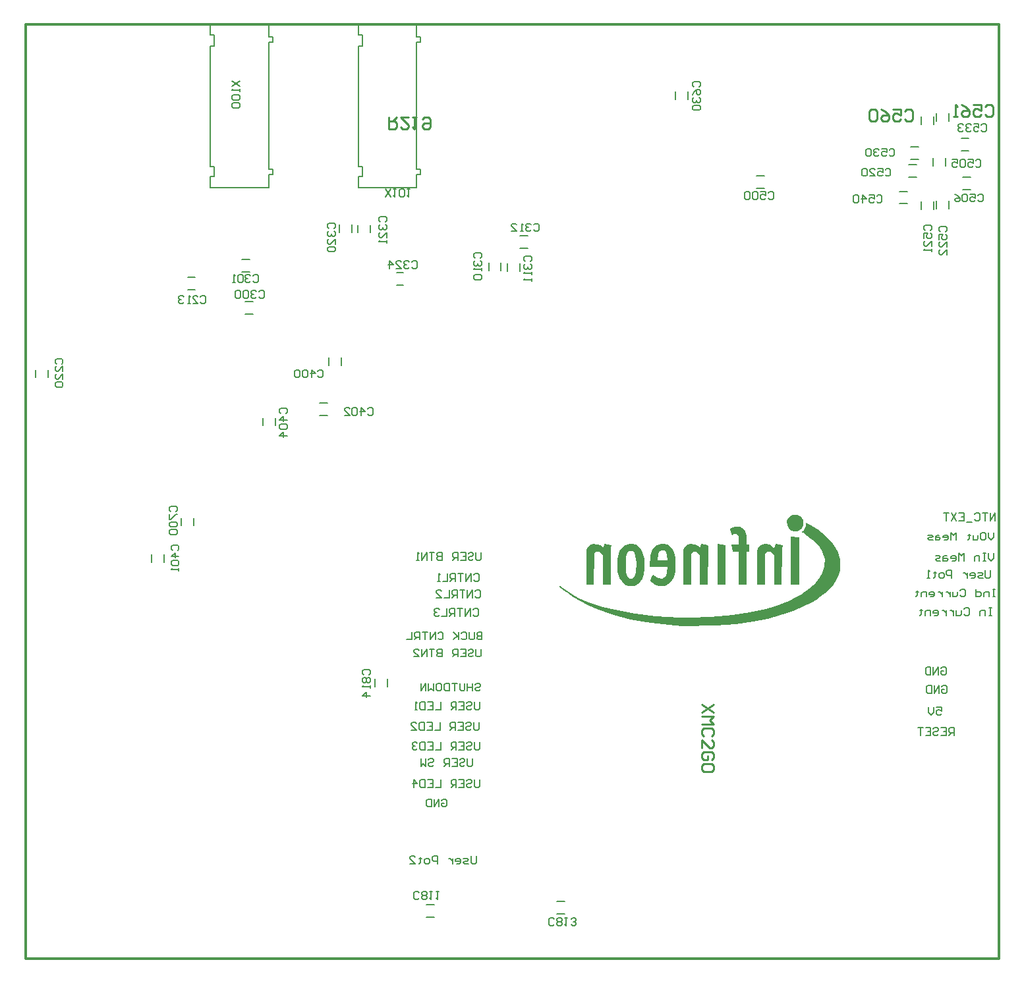
<source format=gbo>
G04*
G04 #@! TF.GenerationSoftware,Altium Limited,Altium Designer,22.2.1 (43)*
G04*
G04 Layer_Color=32896*
%FSLAX25Y25*%
%MOIN*%
G70*
G04*
G04 #@! TF.SameCoordinates,5D24457F-3748-4EF7-84A7-D0A6444830B3*
G04*
G04*
G04 #@! TF.FilePolarity,Positive*
G04*
G01*
G75*
%ADD11C,0.01181*%
%ADD12C,0.00787*%
%ADD13C,0.01000*%
G36*
X391105Y224384D02*
X392325Y223570D01*
X393410Y221808D01*
Y219096D01*
X392867Y218011D01*
X391918Y217062D01*
X390562Y216384D01*
X388664Y216248D01*
X386901Y216927D01*
X386088Y217740D01*
X385274Y219096D01*
X385138Y221266D01*
X385410Y222215D01*
X386088Y223299D01*
X387172Y224113D01*
X388393Y224655D01*
X390291D01*
X391105Y224384D01*
D02*
G37*
G36*
X344189Y209469D02*
X345545Y208927D01*
X345274Y207164D01*
X345138Y189130D01*
X341206D01*
Y204045D01*
X340528Y204859D01*
X339172Y205808D01*
X337816Y205943D01*
X337274Y205672D01*
X336732Y204723D01*
X336596Y189130D01*
X332664D01*
X332799Y206893D01*
X333477Y208384D01*
X334562Y209333D01*
X336189Y209876D01*
X338630Y209604D01*
X339986Y208927D01*
X341342Y207842D01*
X341477Y208655D01*
X341884Y210011D01*
X344189Y209469D01*
D02*
G37*
G36*
X296460Y209062D02*
X296189Y207435D01*
X296054Y189130D01*
X291986D01*
Y204316D01*
X290088Y205808D01*
X288325D01*
X287647Y204859D01*
X287511Y189130D01*
X283579D01*
X283715Y207028D01*
X284257Y208248D01*
X285477Y209333D01*
X287105Y209876D01*
X289545Y209604D01*
X290630Y209062D01*
X292257Y207842D01*
X292799Y210011D01*
X296460Y209062D01*
D02*
G37*
G36*
X383104D02*
X382698Y207028D01*
X382562Y189130D01*
X378630D01*
Y204181D01*
X377952Y204859D01*
X376596Y205808D01*
X375240Y205943D01*
X374698Y205672D01*
X374155Y204723D01*
X374020Y189130D01*
X370088D01*
Y206079D01*
X370494Y207706D01*
X370901Y208384D01*
X371986Y209333D01*
X373613Y209876D01*
X374833D01*
X376460Y209469D01*
X378223Y208384D01*
X378766Y207706D01*
X379308Y210011D01*
X383104Y209062D01*
D02*
G37*
G36*
X324664Y209604D02*
X325749Y208927D01*
X327376Y207028D01*
X328189Y205401D01*
X328867Y202825D01*
Y196045D01*
X328189Y193333D01*
X326698Y190757D01*
X325206Y189537D01*
X323308Y188723D01*
X320189D01*
X318562Y189266D01*
X317071Y190215D01*
X315986Y191299D01*
X316528Y192655D01*
X317477Y194282D01*
X317749D01*
X318291Y193604D01*
X320054Y192520D01*
X322088Y192384D01*
X323037Y192791D01*
X323986Y193740D01*
X324528Y195096D01*
X324799Y198215D01*
X315715D01*
X315986Y203774D01*
X316664Y206215D01*
X317613Y207842D01*
X319240Y209333D01*
X321274Y210011D01*
X322476D01*
Y206543D01*
X321681Y206621D01*
X320867Y206215D01*
X320460Y205672D01*
X320054Y204723D01*
X319782Y201469D01*
X324799D01*
X324393Y204723D01*
X323715Y206079D01*
X323172Y206486D01*
X322488Y206543D01*
Y210011D01*
X323172D01*
X324664Y209604D01*
D02*
G37*
G36*
X391240Y213130D02*
Y189130D01*
X387172D01*
Y213537D01*
X391240Y213130D01*
D02*
G37*
G36*
X361410Y218418D02*
X363037Y217604D01*
X363986Y216384D01*
X364799Y214215D01*
Y209469D01*
X366155D01*
Y205943D01*
X364799D01*
Y189130D01*
X360732D01*
Y205943D01*
X357749D01*
X357071Y209469D01*
X360732D01*
Y213401D01*
X360189Y214621D01*
X359783Y214893D01*
X358291D01*
X357342Y214350D01*
X356664Y215977D01*
X356257Y217604D01*
X356935Y218011D01*
X358833Y218554D01*
X361410Y218418D01*
D02*
G37*
G36*
X354088Y209333D02*
Y189130D01*
X350020D01*
Y209876D01*
X354088Y209333D01*
D02*
G37*
G36*
X308664Y209604D02*
X310155Y208655D01*
X311511Y206893D01*
X312189Y205537D01*
X313003Y202554D01*
X313138Y197266D01*
X312732Y194689D01*
X311918Y192248D01*
X311104Y190893D01*
X309884Y189672D01*
X307986Y188723D01*
X306542Y188647D01*
X305410Y188587D01*
X303783Y188994D01*
X302291Y189943D01*
X300935Y191774D01*
X300393Y192655D01*
X299444Y195910D01*
X299308Y201876D01*
X299579Y203638D01*
X300393Y206079D01*
X301613Y207977D01*
X303240Y209333D01*
X305274Y210011D01*
X307172D01*
X308664Y209604D01*
D02*
G37*
G36*
X396799Y219503D02*
X400732Y217062D01*
X404257Y214350D01*
X407647Y210825D01*
X409816Y207842D01*
X411037Y205537D01*
X412121Y202011D01*
Y196588D01*
X411444Y194147D01*
X409816Y190893D01*
X408732Y189266D01*
X407511Y187774D01*
X405613Y185876D01*
X403511Y184181D01*
X402223Y183164D01*
X400054Y181672D01*
X397071Y179910D01*
X394223Y178418D01*
X389206Y176249D01*
X382969Y174079D01*
X375376Y172045D01*
X367918Y170554D01*
X359240Y169333D01*
X349071Y168520D01*
X331986Y168384D01*
X322359Y169062D01*
X314088Y170147D01*
X306223Y171638D01*
X297410Y173943D01*
X289003Y176927D01*
X285206Y178554D01*
X280867Y180859D01*
X277206Y182893D01*
X273952Y185062D01*
X272325Y186282D01*
X270969Y187367D01*
X270155Y188181D01*
X270020Y188723D01*
X270427Y188587D01*
X272596Y186825D01*
X276799Y184113D01*
X280189Y182350D01*
X285749Y180045D01*
X291986Y178011D01*
X299579Y176113D01*
X308528Y174486D01*
X318833Y173266D01*
X330766Y172588D01*
X336596Y172655D01*
X345907Y172853D01*
X350427Y173130D01*
X357613Y173808D01*
X366426Y175164D01*
X371037Y176113D01*
X374291Y176927D01*
X379037Y178282D01*
X383511Y179910D01*
X386088Y180994D01*
X389206Y182486D01*
X392325Y184248D01*
X394223Y185469D01*
X396528Y187232D01*
X398427Y188859D01*
X399782Y190350D01*
X400732Y191570D01*
X401681Y192927D01*
X402630Y194554D01*
X403308Y196181D01*
X403986Y198486D01*
X404257Y202282D01*
X403850Y204045D01*
X402766Y206486D01*
X401003Y209062D01*
X400189Y210011D01*
X398969Y211232D01*
X397206Y212723D01*
X393545Y215435D01*
X392867Y215706D01*
X392732Y216113D01*
X393274Y216384D01*
X394088Y217604D01*
X394630Y218825D01*
X394901Y220452D01*
X396799Y219503D01*
D02*
G37*
%LPC*%
G36*
X305816Y206350D02*
X305138Y206079D01*
X304460Y205265D01*
X303783Y203367D01*
Y195503D01*
X304325Y193604D01*
X304867Y192791D01*
X305816Y192248D01*
X306494Y192384D01*
X307037D01*
X308121Y193604D01*
X308664Y195231D01*
X308935Y200384D01*
X308528Y204045D01*
X307986Y205401D01*
X307037Y206215D01*
X305816Y206350D01*
D02*
G37*
%LPD*%
D11*
X0Y0D02*
X492316D01*
X492316Y472830D01*
X3D02*
X492316D01*
X3Y3D02*
Y472830D01*
D12*
X93507Y390349D02*
X123034D01*
Y466530D02*
Y473027D01*
X93507Y467515D02*
Y473027D01*
Y467515D02*
X95475D01*
X93507Y462003D02*
X95475D01*
X93507Y400979D02*
Y462003D01*
Y400979D02*
X95475D01*
Y395861D02*
Y400979D01*
X93507Y395861D02*
X95475D01*
X93507Y390349D02*
Y395861D01*
X123034Y390349D02*
Y396845D01*
X125003D01*
Y399601D01*
X123034D02*
X125003D01*
X123034D02*
Y463774D01*
X125003D01*
Y466530D01*
X123034D02*
X125003D01*
X95475Y462003D02*
Y467515D01*
X93507Y473027D02*
X101971D01*
X114570D02*
X123034D01*
X189405Y472995D02*
X197869D01*
X168342D02*
X176806D01*
X168342Y390318D02*
X197869D01*
Y466499D02*
Y472995D01*
X168342Y467483D02*
Y472995D01*
Y467483D02*
X170310D01*
X168342Y461971D02*
X170310D01*
X168342Y400948D02*
Y461971D01*
Y400948D02*
X170310D01*
Y395830D02*
Y400948D01*
X168342Y395830D02*
X170310D01*
X168342Y390318D02*
Y395830D01*
X197869Y390318D02*
Y396814D01*
X199838D01*
Y399570D01*
X197869D02*
X199838D01*
X197869D02*
Y463743D01*
X199838D01*
Y466499D01*
X197869D02*
X199838D01*
X170310Y461971D02*
Y467483D01*
X466979Y379523D02*
Y383459D01*
X460680Y379523D02*
Y383459D01*
X474216Y389365D02*
X478153D01*
X474216Y395664D02*
X478153D01*
X460680Y424011D02*
Y427948D01*
X466979Y424011D02*
Y427948D01*
X82090Y338578D02*
X85633D01*
X82090Y344877D02*
X85633D01*
X11420Y294090D02*
Y298026D01*
X5121Y294090D02*
Y298026D01*
X111024Y332677D02*
X114961D01*
X111024Y326378D02*
X114961D01*
X109452Y353932D02*
X113389D01*
X109452Y347633D02*
X113389D01*
X240554Y348223D02*
Y352160D01*
X234255Y348223D02*
Y352160D01*
X250003Y348026D02*
Y351963D01*
X243704Y348026D02*
Y351963D01*
X250003Y359444D02*
X253940D01*
X250003Y365743D02*
X253940D01*
X164964Y367711D02*
Y371649D01*
X158664Y367711D02*
Y371649D01*
X174412Y367711D02*
Y371255D01*
X168113Y367711D02*
Y371255D01*
X187598Y340945D02*
X191142D01*
X187598Y347244D02*
X191142D01*
X159845Y300389D02*
Y304326D01*
X153546Y300389D02*
Y304326D01*
X63782Y200507D02*
Y204444D01*
X70082Y200507D02*
Y204444D01*
X148822Y281097D02*
X152759D01*
X148822Y274798D02*
X152759D01*
X126381Y269877D02*
Y273420D01*
X120082Y269877D02*
Y273420D01*
X369885Y389759D02*
X373822D01*
X369885Y396058D02*
X373822D01*
X465405Y401373D02*
Y405310D01*
X459105Y401373D02*
Y405310D01*
X446901Y395467D02*
X450838D01*
X446901Y401767D02*
X450838D01*
X459499Y379326D02*
Y383263D01*
X453200Y379326D02*
Y383263D01*
X447885Y410822D02*
X451822D01*
X447885Y404523D02*
X451822D01*
X473279Y408853D02*
X477215D01*
X473279Y415153D02*
X477215D01*
X442176Y388381D02*
X446113D01*
X442176Y382082D02*
X446113D01*
X328743Y435034D02*
Y438971D01*
X335042Y435034D02*
Y438971D01*
X85042Y219328D02*
Y222871D01*
X78743Y219328D02*
Y222871D01*
X202756Y20866D02*
X206693D01*
X202756Y27165D02*
X206693D01*
X268898Y22441D02*
X272835D01*
X268898Y28740D02*
X272835D01*
X183071Y137598D02*
Y141535D01*
X176772Y137598D02*
Y141535D01*
X459499Y422239D02*
Y426176D01*
X453200Y422239D02*
Y426176D01*
X488189Y196455D02*
Y193176D01*
X487533Y192520D01*
X486221D01*
X485565Y193176D01*
Y196455D01*
X484253Y192520D02*
X482285D01*
X481629Y193176D01*
X482285Y193832D01*
X483597D01*
X484253Y194488D01*
X483597Y195143D01*
X481629D01*
X478350Y192520D02*
X479662D01*
X480317Y193176D01*
Y194488D01*
X479662Y195143D01*
X478350D01*
X477694Y194488D01*
Y193832D01*
X480317D01*
X476382Y195143D02*
Y192520D01*
Y193832D01*
X475726Y194488D01*
X475070Y195143D01*
X474414D01*
X468510Y192520D02*
Y196455D01*
X466542D01*
X465886Y195800D01*
Y194488D01*
X466542Y193832D01*
X468510D01*
X463919Y192520D02*
X462607D01*
X461951Y193176D01*
Y194488D01*
X462607Y195143D01*
X463919D01*
X464574Y194488D01*
Y193176D01*
X463919Y192520D01*
X459983Y195800D02*
Y195143D01*
X460639D01*
X459327D01*
X459983D01*
Y193176D01*
X459327Y192520D01*
X457359D02*
X456047D01*
X456703D01*
Y196455D01*
X457359Y195800D01*
X230491Y156667D02*
Y153387D01*
X229835Y152731D01*
X228523D01*
X227868Y153387D01*
Y156667D01*
X223932Y156011D02*
X224588Y156667D01*
X225900D01*
X226556Y156011D01*
Y155355D01*
X225900Y154699D01*
X224588D01*
X223932Y154043D01*
Y153387D01*
X224588Y152731D01*
X225900D01*
X226556Y153387D01*
X219996Y156667D02*
X222620D01*
Y152731D01*
X219996D01*
X222620Y154699D02*
X221308D01*
X218684Y152731D02*
Y156667D01*
X216716D01*
X216060Y156011D01*
Y154699D01*
X216716Y154043D01*
X218684D01*
X217372D02*
X216060Y152731D01*
X210813Y156667D02*
Y152731D01*
X208845D01*
X208189Y153387D01*
Y154043D01*
X208845Y154699D01*
X210813D01*
X208845D01*
X208189Y155355D01*
Y156011D01*
X208845Y156667D01*
X210813D01*
X206877D02*
X204253D01*
X205565D01*
Y152731D01*
X202941D02*
Y156667D01*
X200317Y152731D01*
Y156667D01*
X196382Y152731D02*
X199005D01*
X196382Y155355D01*
Y156011D01*
X197038Y156667D01*
X198349D01*
X199005Y156011D01*
X229704Y90525D02*
Y87245D01*
X229048Y86589D01*
X227736D01*
X227080Y87245D01*
Y90525D01*
X223144Y89869D02*
X223800Y90525D01*
X225112D01*
X225768Y89869D01*
Y89213D01*
X225112Y88557D01*
X223800D01*
X223144Y87901D01*
Y87245D01*
X223800Y86589D01*
X225112D01*
X225768Y87245D01*
X219209Y90525D02*
X221832D01*
Y86589D01*
X219209D01*
X221832Y88557D02*
X220521D01*
X217897Y86589D02*
Y90525D01*
X215929D01*
X215273Y89869D01*
Y88557D01*
X215929Y87901D01*
X217897D01*
X216585D02*
X215273Y86589D01*
X210025Y90525D02*
Y86589D01*
X207401D01*
X203466Y90525D02*
X206090D01*
Y86589D01*
X203466D01*
X206090Y88557D02*
X204778D01*
X202154Y90525D02*
Y86589D01*
X200186D01*
X199530Y87245D01*
Y89869D01*
X200186Y90525D01*
X202154D01*
X196250Y86589D02*
Y90525D01*
X198218Y88557D01*
X195594D01*
X230491Y205486D02*
Y202206D01*
X229835Y201550D01*
X228523D01*
X227868Y202206D01*
Y205486D01*
X223932Y204830D02*
X224588Y205486D01*
X225900D01*
X226556Y204830D01*
Y204174D01*
X225900Y203518D01*
X224588D01*
X223932Y202862D01*
Y202206D01*
X224588Y201550D01*
X225900D01*
X226556Y202206D01*
X219996Y205486D02*
X222620D01*
Y201550D01*
X219996D01*
X222620Y203518D02*
X221308D01*
X218684Y201550D02*
Y205486D01*
X216716D01*
X216060Y204830D01*
Y203518D01*
X216716Y202862D01*
X218684D01*
X217372D02*
X216060Y201550D01*
X210813Y205486D02*
Y201550D01*
X208845D01*
X208189Y202206D01*
Y202862D01*
X208845Y203518D01*
X210813D01*
X208845D01*
X208189Y204174D01*
Y204830D01*
X208845Y205486D01*
X210813D01*
X206877D02*
X204253D01*
X205565D01*
Y201550D01*
X202941D02*
Y205486D01*
X200317Y201550D01*
Y205486D01*
X199005Y201550D02*
X197694D01*
X198349D01*
Y205486D01*
X199005Y204830D01*
X229704Y109423D02*
Y106143D01*
X229048Y105487D01*
X227736D01*
X227080Y106143D01*
Y109423D01*
X223144Y108767D02*
X223800Y109423D01*
X225112D01*
X225768Y108767D01*
Y108111D01*
X225112Y107455D01*
X223800D01*
X223144Y106799D01*
Y106143D01*
X223800Y105487D01*
X225112D01*
X225768Y106143D01*
X219209Y109423D02*
X221832D01*
Y105487D01*
X219209D01*
X221832Y107455D02*
X220521D01*
X217897Y105487D02*
Y109423D01*
X215929D01*
X215273Y108767D01*
Y107455D01*
X215929Y106799D01*
X217897D01*
X216585D02*
X215273Y105487D01*
X210025Y109423D02*
Y105487D01*
X207401D01*
X203466Y109423D02*
X206090D01*
Y105487D01*
X203466D01*
X206090Y107455D02*
X204778D01*
X202154Y109423D02*
Y105487D01*
X200186D01*
X199530Y106143D01*
Y108767D01*
X200186Y109423D01*
X202154D01*
X198218Y108767D02*
X197562Y109423D01*
X196250D01*
X195594Y108767D01*
Y108111D01*
X196250Y107455D01*
X196906D01*
X196250D01*
X195594Y106799D01*
Y106143D01*
X196250Y105487D01*
X197562D01*
X198218Y106143D01*
X469685Y112992D02*
Y116928D01*
X467717D01*
X467061Y116272D01*
Y114960D01*
X467717Y114304D01*
X469685D01*
X468373D02*
X467061Y112992D01*
X463126Y116928D02*
X465749D01*
Y112992D01*
X463126D01*
X465749Y114960D02*
X464437D01*
X459190Y116272D02*
X459846Y116928D01*
X461158D01*
X461814Y116272D01*
Y115616D01*
X461158Y114960D01*
X459846D01*
X459190Y114304D01*
Y113648D01*
X459846Y112992D01*
X461158D01*
X461814Y113648D01*
X455254Y116928D02*
X457878D01*
Y112992D01*
X455254D01*
X457878Y114960D02*
X456566D01*
X453942Y116928D02*
X451318D01*
X452630D01*
Y112992D01*
X227953Y51967D02*
Y48687D01*
X227297Y48031D01*
X225985D01*
X225329Y48687D01*
Y51967D01*
X224017Y48031D02*
X222049D01*
X221393Y48687D01*
X222049Y49343D01*
X223361D01*
X224017Y49999D01*
X223361Y50655D01*
X221393D01*
X218113Y48031D02*
X219425D01*
X220081Y48687D01*
Y49999D01*
X219425Y50655D01*
X218113D01*
X217458Y49999D01*
Y49343D01*
X220081D01*
X216145Y50655D02*
Y48031D01*
Y49343D01*
X215490Y49999D01*
X214834Y50655D01*
X214178D01*
X208274Y48031D02*
Y51967D01*
X206306D01*
X205650Y51311D01*
Y49999D01*
X206306Y49343D01*
X208274D01*
X203682Y48031D02*
X202371D01*
X201714Y48687D01*
Y49999D01*
X202371Y50655D01*
X203682D01*
X204338Y49999D01*
Y48687D01*
X203682Y48031D01*
X199747Y51311D02*
Y50655D01*
X200403D01*
X199091D01*
X199747D01*
Y48687D01*
X199091Y48031D01*
X194499D02*
X197123D01*
X194499Y50655D01*
Y51311D01*
X195155Y51967D01*
X196467D01*
X197123Y51311D01*
X227474Y185932D02*
X228130Y186588D01*
X229442D01*
X230098Y185932D01*
Y183308D01*
X229442Y182652D01*
X228130D01*
X227474Y183308D01*
X226162Y182652D02*
Y186588D01*
X223538Y182652D01*
Y186588D01*
X222226D02*
X219602D01*
X220914D01*
Y182652D01*
X218290D02*
Y186588D01*
X216323D01*
X215667Y185932D01*
Y184620D01*
X216323Y183964D01*
X218290D01*
X216979D02*
X215667Y182652D01*
X214355Y186588D02*
Y182652D01*
X211731D01*
X207795D02*
X210419D01*
X207795Y185276D01*
Y185932D01*
X208451Y186588D01*
X209763D01*
X210419Y185932D01*
X226687Y194200D02*
X227342Y194856D01*
X228654D01*
X229310Y194200D01*
Y191576D01*
X228654Y190920D01*
X227342D01*
X226687Y191576D01*
X225375Y190920D02*
Y194856D01*
X222751Y190920D01*
Y194856D01*
X221439D02*
X218815D01*
X220127D01*
Y190920D01*
X217503D02*
Y194856D01*
X215535D01*
X214879Y194200D01*
Y192888D01*
X215535Y192232D01*
X217503D01*
X216191D02*
X214879Y190920D01*
X213567Y194856D02*
Y190920D01*
X210944D01*
X209632D02*
X208320D01*
X208976D01*
Y194856D01*
X209632Y194200D01*
X229704Y129895D02*
Y126615D01*
X229048Y125959D01*
X227736D01*
X227080Y126615D01*
Y129895D01*
X223144Y129239D02*
X223800Y129895D01*
X225112D01*
X225768Y129239D01*
Y128583D01*
X225112Y127927D01*
X223800D01*
X223144Y127271D01*
Y126615D01*
X223800Y125959D01*
X225112D01*
X225768Y126615D01*
X219209Y129895D02*
X221832D01*
Y125959D01*
X219209D01*
X221832Y127927D02*
X220521D01*
X217897Y125959D02*
Y129895D01*
X215929D01*
X215273Y129239D01*
Y127927D01*
X215929Y127271D01*
X217897D01*
X216585D02*
X215273Y125959D01*
X210025Y129895D02*
Y125959D01*
X207401D01*
X203466Y129895D02*
X206090D01*
Y125959D01*
X203466D01*
X206090Y127927D02*
X204778D01*
X202154Y129895D02*
Y125959D01*
X200186D01*
X199530Y126615D01*
Y129239D01*
X200186Y129895D01*
X202154D01*
X198218Y125959D02*
X196906D01*
X197562D01*
Y129895D01*
X198218Y129239D01*
X489767Y205110D02*
Y202486D01*
X488455Y201174D01*
X487143Y202486D01*
Y205110D01*
X485831D02*
X484519D01*
X485175D01*
Y201174D01*
X485831D01*
X484519D01*
X482551D02*
Y203798D01*
X480583D01*
X479927Y203142D01*
Y201174D01*
X474680D02*
Y205110D01*
X473368Y203798D01*
X472056Y205110D01*
Y201174D01*
X468776D02*
X470088D01*
X470744Y201830D01*
Y203142D01*
X470088Y203798D01*
X468776D01*
X468120Y203142D01*
Y202486D01*
X470744D01*
X466152Y203798D02*
X464840D01*
X464184Y203142D01*
Y201174D01*
X466152D01*
X466808Y201830D01*
X466152Y202486D01*
X464184D01*
X462873Y201174D02*
X460905D01*
X460249Y201830D01*
X460905Y202486D01*
X462217D01*
X462873Y203142D01*
X462217Y203798D01*
X460249D01*
X488583Y177558D02*
X487271D01*
X487927D01*
Y173622D01*
X488583D01*
X487271D01*
X485303D02*
Y176246D01*
X483335D01*
X482679Y175590D01*
Y173622D01*
X474808Y176902D02*
X475464Y177558D01*
X476776D01*
X477431Y176902D01*
Y174278D01*
X476776Y173622D01*
X475464D01*
X474808Y174278D01*
X473496Y176246D02*
Y174278D01*
X472840Y173622D01*
X470872D01*
Y176246D01*
X469560D02*
Y173622D01*
Y174934D01*
X468904Y175590D01*
X468248Y176246D01*
X467592D01*
X465624D02*
Y173622D01*
Y174934D01*
X464968Y175590D01*
X464312Y176246D01*
X463656D01*
X459721Y173622D02*
X461032D01*
X461689Y174278D01*
Y175590D01*
X461032Y176246D01*
X459721D01*
X459065Y175590D01*
Y174934D01*
X461689D01*
X457753Y173622D02*
Y176246D01*
X455785D01*
X455129Y175590D01*
Y173622D01*
X453161Y176902D02*
Y176246D01*
X453817D01*
X452505D01*
X453161D01*
Y174278D01*
X452505Y173622D01*
X227474Y138688D02*
X228130Y139344D01*
X229442D01*
X230098Y138688D01*
Y138032D01*
X229442Y137376D01*
X228130D01*
X227474Y136720D01*
Y136064D01*
X228130Y135408D01*
X229442D01*
X230098Y136064D01*
X226162Y139344D02*
Y135408D01*
Y137376D01*
X223538D01*
Y139344D01*
Y135408D01*
X222226Y139344D02*
Y136064D01*
X221570Y135408D01*
X220258D01*
X219602Y136064D01*
Y139344D01*
X218290D02*
X215667D01*
X216979D01*
Y135408D01*
X214355Y139344D02*
Y135408D01*
X212387D01*
X211731Y136064D01*
Y138688D01*
X212387Y139344D01*
X214355D01*
X208451D02*
X209763D01*
X210419Y138688D01*
Y136064D01*
X209763Y135408D01*
X208451D01*
X207795Y136064D01*
Y138688D01*
X208451Y139344D01*
X206483D02*
Y135408D01*
X205171Y136720D01*
X203859Y135408D01*
Y139344D01*
X202548Y135408D02*
Y139344D01*
X199924Y135408D01*
Y139344D01*
X463518Y137532D02*
X464174Y138188D01*
X465486D01*
X466142Y137532D01*
Y134908D01*
X465486Y134252D01*
X464174D01*
X463518Y134908D01*
Y136220D01*
X464830D01*
X462206Y134252D02*
Y138188D01*
X459582Y134252D01*
Y138188D01*
X458270D02*
Y134252D01*
X456302D01*
X455646Y134908D01*
Y137532D01*
X456302Y138188D01*
X458270D01*
X229310Y119659D02*
Y116379D01*
X228654Y115723D01*
X227342D01*
X226687Y116379D01*
Y119659D01*
X222751Y119003D02*
X223407Y119659D01*
X224719D01*
X225375Y119003D01*
Y118347D01*
X224719Y117691D01*
X223407D01*
X222751Y117035D01*
Y116379D01*
X223407Y115723D01*
X224719D01*
X225375Y116379D01*
X218815Y119659D02*
X221439D01*
Y115723D01*
X218815D01*
X221439Y117691D02*
X220127D01*
X217503Y115723D02*
Y119659D01*
X215535D01*
X214879Y119003D01*
Y117691D01*
X215535Y117035D01*
X217503D01*
X216191D02*
X214879Y115723D01*
X209632Y119659D02*
Y115723D01*
X207008D01*
X203072Y119659D02*
X205696D01*
Y115723D01*
X203072D01*
X205696Y117691D02*
X204384D01*
X201760Y119659D02*
Y115723D01*
X199792D01*
X199136Y116379D01*
Y119003D01*
X199792Y119659D01*
X201760D01*
X195201Y115723D02*
X197824D01*
X195201Y118347D01*
Y119003D01*
X195856Y119659D01*
X197168D01*
X197824Y119003D01*
X463124Y146981D02*
X463780Y147636D01*
X465092D01*
X465748Y146981D01*
Y144357D01*
X465092Y143701D01*
X463780D01*
X463124Y144357D01*
Y145669D01*
X464436D01*
X461812Y143701D02*
Y147636D01*
X459189Y143701D01*
Y147636D01*
X457877D02*
Y143701D01*
X455909D01*
X455253Y144357D01*
Y146981D01*
X455909Y147636D01*
X457877D01*
X226293Y176483D02*
X226949Y177139D01*
X228261D01*
X228917Y176483D01*
Y173859D01*
X228261Y173204D01*
X226949D01*
X226293Y173859D01*
X224981Y173204D02*
Y177139D01*
X222357Y173204D01*
Y177139D01*
X221045D02*
X218421D01*
X219733D01*
Y173204D01*
X217109D02*
Y177139D01*
X215142D01*
X214486Y176483D01*
Y175171D01*
X215142Y174515D01*
X217109D01*
X215797D02*
X214486Y173204D01*
X213174Y177139D02*
Y173204D01*
X210550D01*
X209238Y176483D02*
X208582Y177139D01*
X207270D01*
X206614Y176483D01*
Y175827D01*
X207270Y175171D01*
X207926D01*
X207270D01*
X206614Y174515D01*
Y173859D01*
X207270Y173204D01*
X208582D01*
X209238Y173859D01*
X226161Y101155D02*
Y97875D01*
X225505Y97219D01*
X224193D01*
X223537Y97875D01*
Y101155D01*
X219601Y100499D02*
X220257Y101155D01*
X221569D01*
X222225Y100499D01*
Y99843D01*
X221569Y99187D01*
X220257D01*
X219601Y98531D01*
Y97875D01*
X220257Y97219D01*
X221569D01*
X222225Y97875D01*
X215665Y101155D02*
X218289D01*
Y97219D01*
X215665D01*
X218289Y99187D02*
X216977D01*
X214353Y97219D02*
Y101155D01*
X212386D01*
X211730Y100499D01*
Y99187D01*
X212386Y98531D01*
X214353D01*
X213042D02*
X211730Y97219D01*
X203858Y100499D02*
X204514Y101155D01*
X205826D01*
X206482Y100499D01*
Y99843D01*
X205826Y99187D01*
X204514D01*
X203858Y98531D01*
Y97875D01*
X204514Y97219D01*
X205826D01*
X206482Y97875D01*
X202546Y101155D02*
Y97219D01*
X201234Y98531D01*
X199922Y97219D01*
Y101155D01*
X230885Y165328D02*
Y161392D01*
X228917D01*
X228261Y162048D01*
Y162704D01*
X228917Y163360D01*
X230885D01*
X228917D01*
X228261Y164016D01*
Y164672D01*
X228917Y165328D01*
X230885D01*
X226949D02*
Y162048D01*
X226293Y161392D01*
X224981D01*
X224325Y162048D01*
Y165328D01*
X220390Y164672D02*
X221046Y165328D01*
X222358D01*
X223014Y164672D01*
Y162048D01*
X222358Y161392D01*
X221046D01*
X220390Y162048D01*
X219078Y165328D02*
Y161392D01*
Y162704D01*
X216454Y165328D01*
X218422Y163360D01*
X216454Y161392D01*
X208583Y164672D02*
X209239Y165328D01*
X210550D01*
X211206Y164672D01*
Y162048D01*
X210550Y161392D01*
X209239D01*
X208583Y162048D01*
X207271Y161392D02*
Y165328D01*
X204647Y161392D01*
Y165328D01*
X203335D02*
X200711D01*
X202023D01*
Y161392D01*
X199399D02*
Y165328D01*
X197431D01*
X196775Y164672D01*
Y163360D01*
X197431Y162704D01*
X199399D01*
X198087D02*
X196775Y161392D01*
X195463Y165328D02*
Y161392D01*
X192840D01*
X460762Y127164D02*
X463386D01*
Y125196D01*
X462074Y125852D01*
X461418D01*
X460762Y125196D01*
Y123884D01*
X461418Y123228D01*
X462730D01*
X463386Y123884D01*
X459450Y127164D02*
Y124540D01*
X458138Y123228D01*
X456826Y124540D01*
Y127164D01*
X490554Y221517D02*
Y225453D01*
X487930Y221517D01*
Y225453D01*
X486618D02*
X483995D01*
X485307D01*
Y221517D01*
X480059Y224797D02*
X480715Y225453D01*
X482027D01*
X482683Y224797D01*
Y222173D01*
X482027Y221517D01*
X480715D01*
X480059Y222173D01*
X478747Y220861D02*
X476123D01*
X472187Y225453D02*
X474811D01*
Y221517D01*
X472187D01*
X474811Y223485D02*
X473499D01*
X470876Y225453D02*
X468252Y221517D01*
Y225453D02*
X470876Y221517D01*
X466940Y225453D02*
X464316D01*
X465628D01*
Y221517D01*
X489767Y215686D02*
Y213063D01*
X488455Y211751D01*
X487143Y213063D01*
Y215686D01*
X483863D02*
X485175D01*
X485831Y215030D01*
Y212407D01*
X485175Y211751D01*
X483863D01*
X483207Y212407D01*
Y215030D01*
X483863Y215686D01*
X481895Y214374D02*
Y212407D01*
X481239Y211751D01*
X479271D01*
Y214374D01*
X477304Y215030D02*
Y214374D01*
X477959D01*
X476648D01*
X477304D01*
Y212407D01*
X476648Y211751D01*
X470744D02*
Y215686D01*
X469432Y214374D01*
X468120Y215686D01*
Y211751D01*
X464840D02*
X466152D01*
X466808Y212407D01*
Y213719D01*
X466152Y214374D01*
X464840D01*
X464184Y213719D01*
Y213063D01*
X466808D01*
X462217Y214374D02*
X460905D01*
X460249Y213719D01*
Y211751D01*
X462217D01*
X462873Y212407D01*
X462217Y213063D01*
X460249D01*
X458937Y211751D02*
X456969D01*
X456313Y212407D01*
X456969Y213063D01*
X458281D01*
X458937Y213719D01*
X458281Y214374D01*
X456313D01*
X490551Y187007D02*
X489239D01*
X489895D01*
Y183071D01*
X490551D01*
X489239D01*
X487271D02*
Y185695D01*
X485303D01*
X484648Y185039D01*
Y183071D01*
X480712Y187007D02*
Y183071D01*
X482680D01*
X483336Y183727D01*
Y185039D01*
X482680Y185695D01*
X480712D01*
X472840Y186351D02*
X473496Y187007D01*
X474808D01*
X475464Y186351D01*
Y183727D01*
X474808Y183071D01*
X473496D01*
X472840Y183727D01*
X471528Y185695D02*
Y183727D01*
X470872Y183071D01*
X468905D01*
Y185695D01*
X467593D02*
Y183071D01*
Y184383D01*
X466937Y185039D01*
X466281Y185695D01*
X465625D01*
X463657D02*
Y183071D01*
Y184383D01*
X463001Y185039D01*
X462345Y185695D01*
X461689D01*
X457753Y183071D02*
X459065D01*
X459721Y183727D01*
Y185039D01*
X459065Y185695D01*
X457753D01*
X457097Y185039D01*
Y184383D01*
X459721D01*
X455786Y183071D02*
Y185695D01*
X453818D01*
X453162Y185039D01*
Y183071D01*
X451194Y186351D02*
Y185695D01*
X451850D01*
X450538D01*
X451194D01*
Y183727D01*
X450538Y183071D01*
X210545Y80027D02*
X211201Y80682D01*
X212513D01*
X213169Y80027D01*
Y77403D01*
X212513Y76747D01*
X211201D01*
X210545Y77403D01*
Y78715D01*
X211857D01*
X209233Y76747D02*
Y80682D01*
X206609Y76747D01*
Y80682D01*
X205297D02*
Y76747D01*
X203329D01*
X202673Y77403D01*
Y80027D01*
X203329Y80682D01*
X205297D01*
X104334Y444284D02*
X108270Y441660D01*
X104334D02*
X108270Y444284D01*
Y440348D02*
Y439036D01*
Y439692D01*
X104334D01*
X104990Y440348D01*
Y437069D02*
X104334Y436413D01*
Y435101D01*
X104990Y434445D01*
X107614D01*
X108270Y435101D01*
Y436413D01*
X107614Y437069D01*
X104990D01*
Y433133D02*
X104334Y432477D01*
Y431165D01*
X104990Y430509D01*
X107614D01*
X108270Y431165D01*
Y432477D01*
X107614Y433133D01*
X104990D01*
X181992Y385594D02*
X184616Y389530D01*
Y385594D02*
X181992Y389530D01*
X185928D02*
X187240D01*
X186584D01*
Y385594D01*
X185928Y386250D01*
X189207D02*
X189864Y385594D01*
X191175D01*
X191831Y386250D01*
Y388874D01*
X191175Y389530D01*
X189864D01*
X189207Y388874D01*
Y386250D01*
X193143Y389530D02*
X194455D01*
X193799D01*
Y385594D01*
X193143Y386250D01*
X171129Y143437D02*
X170473Y144093D01*
Y145405D01*
X171129Y146061D01*
X173753D01*
X174409Y145405D01*
Y144093D01*
X173753Y143437D01*
X171129Y142125D02*
X170473Y141469D01*
Y140157D01*
X171129Y139501D01*
X171785D01*
X172441Y140157D01*
X173097Y139501D01*
X173753D01*
X174409Y140157D01*
Y141469D01*
X173753Y142125D01*
X173097D01*
X172441Y141469D01*
X171785Y142125D01*
X171129D01*
X172441Y141469D02*
Y140157D01*
X174409Y138189D02*
Y136877D01*
Y137533D01*
X170473D01*
X171129Y138189D01*
X174409Y132942D02*
X170473D01*
X172441Y134909D01*
Y132286D01*
X267390Y17192D02*
X266734Y16536D01*
X265422D01*
X264766Y17192D01*
Y19816D01*
X265422Y20472D01*
X266734D01*
X267390Y19816D01*
X268702Y17192D02*
X269358Y16536D01*
X270670D01*
X271326Y17192D01*
Y17848D01*
X270670Y18504D01*
X271326Y19160D01*
Y19816D01*
X270670Y20472D01*
X269358D01*
X268702Y19816D01*
Y19160D01*
X269358Y18504D01*
X268702Y17848D01*
Y17192D01*
X269358Y18504D02*
X270670D01*
X272638Y20472D02*
X273949D01*
X273293D01*
Y16536D01*
X272638Y17192D01*
X275917D02*
X276573Y16536D01*
X277885D01*
X278541Y17192D01*
Y17848D01*
X277885Y18504D01*
X277229D01*
X277885D01*
X278541Y19160D01*
Y19816D01*
X277885Y20472D01*
X276573D01*
X275917Y19816D01*
X199148Y30578D02*
X198492Y29922D01*
X197180D01*
X196524Y30578D01*
Y33202D01*
X197180Y33858D01*
X198492D01*
X199148Y33202D01*
X200460Y30578D02*
X201116Y29922D01*
X202428D01*
X203084Y30578D01*
Y31234D01*
X202428Y31890D01*
X203084Y32546D01*
Y33202D01*
X202428Y33858D01*
X201116D01*
X200460Y33202D01*
Y32546D01*
X201116Y31890D01*
X200460Y31234D01*
Y30578D01*
X201116Y31890D02*
X202428D01*
X204396Y33858D02*
X205708D01*
X205052D01*
Y29922D01*
X204396Y30578D01*
X207676Y33858D02*
X208987D01*
X208331D01*
Y29922D01*
X207676Y30578D01*
X73494Y226282D02*
X72838Y226938D01*
Y228250D01*
X73494Y228906D01*
X76118D01*
X76774Y228250D01*
Y226938D01*
X76118Y226282D01*
X72838Y224970D02*
Y222346D01*
X73494D01*
X76118Y224970D01*
X76774D01*
X73494Y221034D02*
X72838Y220378D01*
Y219067D01*
X73494Y218410D01*
X76118D01*
X76774Y219067D01*
Y220378D01*
X76118Y221034D01*
X73494D01*
Y217099D02*
X72838Y216443D01*
Y215131D01*
X73494Y214475D01*
X76118D01*
X76774Y215131D01*
Y216443D01*
X76118Y217099D01*
X73494D01*
X338061Y441201D02*
X337405Y441857D01*
Y443169D01*
X338061Y443825D01*
X340685D01*
X341341Y443169D01*
Y441857D01*
X340685Y441201D01*
X337405Y437265D02*
X338061Y438577D01*
X339373Y439889D01*
X340685D01*
X341341Y439233D01*
Y437921D01*
X340685Y437265D01*
X340029D01*
X339373Y437921D01*
Y439889D01*
X338061Y435953D02*
X337405Y435297D01*
Y433985D01*
X338061Y433329D01*
X338717D01*
X339373Y433985D01*
Y434641D01*
Y433985D01*
X340029Y433329D01*
X340685D01*
X341341Y433985D01*
Y435297D01*
X340685Y435953D01*
X338061Y432018D02*
X337405Y431361D01*
Y430050D01*
X338061Y429394D01*
X340685D01*
X341341Y430050D01*
Y431361D01*
X340685Y432018D01*
X338061D01*
X430576Y385958D02*
X431232Y386613D01*
X432544D01*
X433200Y385958D01*
Y383334D01*
X432544Y382678D01*
X431232D01*
X430576Y383334D01*
X426640Y386613D02*
X429264D01*
Y384646D01*
X427952Y385302D01*
X427296D01*
X426640Y384646D01*
Y383334D01*
X427296Y382678D01*
X428608D01*
X429264Y383334D01*
X423360Y382678D02*
Y386613D01*
X425328Y384646D01*
X422705D01*
X421393Y385958D02*
X420737Y386613D01*
X419425D01*
X418769Y385958D01*
Y383334D01*
X419425Y382678D01*
X420737D01*
X421393Y383334D01*
Y385958D01*
X483532Y421779D02*
X484188Y422435D01*
X485499D01*
X486156Y421779D01*
Y419156D01*
X485499Y418500D01*
X484188D01*
X483532Y419156D01*
X479596Y422435D02*
X482220D01*
Y420467D01*
X480908Y421123D01*
X480252D01*
X479596Y420467D01*
Y419156D01*
X480252Y418500D01*
X481564D01*
X482220Y419156D01*
X478284Y421779D02*
X477628Y422435D01*
X476316D01*
X475660Y421779D01*
Y421123D01*
X476316Y420467D01*
X476972D01*
X476316D01*
X475660Y419811D01*
Y419156D01*
X476316Y418500D01*
X477628D01*
X478284Y419156D01*
X474348Y421779D02*
X473692Y422435D01*
X472380D01*
X471724Y421779D01*
Y421123D01*
X472380Y420467D01*
X473036D01*
X472380D01*
X471724Y419811D01*
Y419156D01*
X472380Y418500D01*
X473692D01*
X474348Y419156D01*
X436913Y409378D02*
X437569Y410034D01*
X438881D01*
X439537Y409378D01*
Y406754D01*
X438881Y406098D01*
X437569D01*
X436913Y406754D01*
X432977Y410034D02*
X435601D01*
Y408066D01*
X434289Y408722D01*
X433633D01*
X432977Y408066D01*
Y406754D01*
X433633Y406098D01*
X434945D01*
X435601Y406754D01*
X431665Y409378D02*
X431009Y410034D01*
X429697D01*
X429041Y409378D01*
Y408722D01*
X429697Y408066D01*
X430353D01*
X429697D01*
X429041Y407410D01*
Y406754D01*
X429697Y406098D01*
X431009D01*
X431665Y406754D01*
X427729Y409378D02*
X427073Y410034D01*
X425761D01*
X425105Y409378D01*
Y406754D01*
X425761Y406098D01*
X427073D01*
X427729Y406754D01*
Y409378D01*
X462861Y367977D02*
X462205Y368634D01*
Y369945D01*
X462861Y370601D01*
X465485D01*
X466141Y369945D01*
Y368634D01*
X465485Y367977D01*
X462205Y364042D02*
Y366666D01*
X464173D01*
X463517Y365354D01*
Y364698D01*
X464173Y364042D01*
X465485D01*
X466141Y364698D01*
Y366010D01*
X465485Y366666D01*
X466141Y360106D02*
Y362730D01*
X463517Y360106D01*
X462861D01*
X462205Y360762D01*
Y362074D01*
X462861Y362730D01*
X466141Y356170D02*
Y358794D01*
X463517Y356170D01*
X462861D01*
X462205Y356826D01*
Y358138D01*
X462861Y358794D01*
X454987Y368503D02*
X454331Y369159D01*
Y370470D01*
X454987Y371127D01*
X457611D01*
X458267Y370470D01*
Y369159D01*
X457611Y368503D01*
X454331Y364567D02*
Y367191D01*
X456299D01*
X455643Y365879D01*
Y365223D01*
X456299Y364567D01*
X457611D01*
X458267Y365223D01*
Y366535D01*
X457611Y367191D01*
X458267Y360631D02*
Y363255D01*
X455643Y360631D01*
X454987D01*
X454331Y361287D01*
Y362599D01*
X454987Y363255D01*
X458267Y359319D02*
Y358007D01*
Y358663D01*
X454331D01*
X454987Y359319D01*
X434907Y399343D02*
X435563Y399999D01*
X436874D01*
X437531Y399343D01*
Y396720D01*
X436874Y396064D01*
X435563D01*
X434907Y396720D01*
X430971Y399999D02*
X433595D01*
Y398031D01*
X432283Y398687D01*
X431627D01*
X430971Y398031D01*
Y396720D01*
X431627Y396064D01*
X432939D01*
X433595Y396720D01*
X427035Y396064D02*
X429659D01*
X427035Y398687D01*
Y399343D01*
X427691Y399999D01*
X429003D01*
X429659Y399343D01*
X425723D02*
X425067Y399999D01*
X423755D01*
X423099Y399343D01*
Y396720D01*
X423755Y396064D01*
X425067D01*
X425723Y396720D01*
Y399343D01*
X481757Y386351D02*
X482413Y387007D01*
X483725D01*
X484381Y386351D01*
Y383728D01*
X483725Y383071D01*
X482413D01*
X481757Y383728D01*
X477821Y387007D02*
X480445D01*
Y385039D01*
X479133Y385695D01*
X478477D01*
X477821Y385039D01*
Y383728D01*
X478477Y383071D01*
X479789D01*
X480445Y383728D01*
X476509Y386351D02*
X475853Y387007D01*
X474542D01*
X473886Y386351D01*
Y383728D01*
X474542Y383071D01*
X475853D01*
X476509Y383728D01*
Y386351D01*
X469950Y387007D02*
X471262Y386351D01*
X472574Y385039D01*
Y383728D01*
X471918Y383071D01*
X470606D01*
X469950Y383728D01*
Y384383D01*
X470606Y385039D01*
X472574D01*
X480579Y403837D02*
X481235Y404494D01*
X482547D01*
X483203Y403837D01*
Y401214D01*
X482547Y400558D01*
X481235D01*
X480579Y401214D01*
X476643Y404494D02*
X479267D01*
Y402526D01*
X477955Y403182D01*
X477299D01*
X476643Y402526D01*
Y401214D01*
X477299Y400558D01*
X478611D01*
X479267Y401214D01*
X475331Y403837D02*
X474675Y404494D01*
X473363D01*
X472707Y403837D01*
Y401214D01*
X473363Y400558D01*
X474675D01*
X475331Y401214D01*
Y403837D01*
X468772Y404494D02*
X471395D01*
Y402526D01*
X470084Y403182D01*
X469428D01*
X468772Y402526D01*
Y401214D01*
X469428Y400558D01*
X470740D01*
X471395Y401214D01*
X375658Y387527D02*
X376314Y388183D01*
X377625D01*
X378281Y387527D01*
Y384904D01*
X377625Y384248D01*
X376314D01*
X375658Y384904D01*
X371722Y388183D02*
X374346D01*
Y386215D01*
X373034Y386871D01*
X372378D01*
X371722Y386215D01*
Y384904D01*
X372378Y384248D01*
X373690D01*
X374346Y384904D01*
X370410Y387527D02*
X369754Y388183D01*
X368442D01*
X367786Y387527D01*
Y384904D01*
X368442Y384248D01*
X369754D01*
X370410Y384904D01*
Y387527D01*
X366474D02*
X365818Y388183D01*
X364506D01*
X363850Y387527D01*
Y384904D01*
X364506Y384248D01*
X365818D01*
X366474Y384904D01*
Y387527D01*
X129006Y275847D02*
X128350Y276502D01*
Y277814D01*
X129006Y278470D01*
X131630D01*
X132286Y277814D01*
Y276502D01*
X131630Y275847D01*
X132286Y272567D02*
X128350D01*
X130318Y274535D01*
Y271911D01*
X129006Y270599D02*
X128350Y269943D01*
Y268631D01*
X129006Y267975D01*
X131630D01*
X132286Y268631D01*
Y269943D01*
X131630Y270599D01*
X129006D01*
X132286Y264695D02*
X128350D01*
X130318Y266663D01*
Y264039D01*
X173096Y278084D02*
X173752Y278740D01*
X175064D01*
X175719Y278084D01*
Y275460D01*
X175064Y274804D01*
X173752D01*
X173096Y275460D01*
X169816Y274804D02*
Y278740D01*
X171784Y276772D01*
X169160D01*
X167848Y278084D02*
X167192Y278740D01*
X165880D01*
X165224Y278084D01*
Y275460D01*
X165880Y274804D01*
X167192D01*
X167848Y275460D01*
Y278084D01*
X161288Y274804D02*
X163912D01*
X161288Y277428D01*
Y278084D01*
X161944Y278740D01*
X163256D01*
X163912Y278084D01*
X74282Y206687D02*
X73626Y207343D01*
Y208654D01*
X74282Y209310D01*
X76905D01*
X77561Y208654D01*
Y207343D01*
X76905Y206687D01*
X77561Y203407D02*
X73626D01*
X75594Y205375D01*
Y202751D01*
X74282Y201439D02*
X73626Y200783D01*
Y199471D01*
X74282Y198815D01*
X76905D01*
X77561Y199471D01*
Y200783D01*
X76905Y201439D01*
X74282D01*
X77561Y197503D02*
Y196191D01*
Y196847D01*
X73626D01*
X74282Y197503D01*
X147899Y297375D02*
X148555Y298031D01*
X149867D01*
X150523Y297375D01*
Y294751D01*
X149867Y294095D01*
X148555D01*
X147899Y294751D01*
X144619Y294095D02*
Y298031D01*
X146587Y296063D01*
X143963D01*
X142651Y297375D02*
X141995Y298031D01*
X140683D01*
X140027Y297375D01*
Y294751D01*
X140683Y294095D01*
X141995D01*
X142651Y294751D01*
Y297375D01*
X138715D02*
X138059Y298031D01*
X136748D01*
X136092Y297375D01*
Y294751D01*
X136748Y294095D01*
X138059D01*
X138715Y294751D01*
Y297375D01*
X195337Y352498D02*
X195993Y353154D01*
X197305D01*
X197961Y352498D01*
Y349874D01*
X197305Y349218D01*
X195993D01*
X195337Y349874D01*
X194025Y352498D02*
X193369Y353154D01*
X192057D01*
X191401Y352498D01*
Y351842D01*
X192057Y351186D01*
X192713D01*
X192057D01*
X191401Y350530D01*
Y349874D01*
X192057Y349218D01*
X193369D01*
X194025Y349874D01*
X187465Y349218D02*
X190089D01*
X187465Y351842D01*
Y352498D01*
X188121Y353154D01*
X189433D01*
X190089Y352498D01*
X184186Y349218D02*
Y353154D01*
X186153Y351186D01*
X183530D01*
X179397Y372833D02*
X178741Y373489D01*
Y374801D01*
X179397Y375457D01*
X182021D01*
X182676Y374801D01*
Y373489D01*
X182021Y372833D01*
X179397Y371521D02*
X178741Y370866D01*
Y369554D01*
X179397Y368898D01*
X180053D01*
X180709Y369554D01*
Y370210D01*
Y369554D01*
X181365Y368898D01*
X182021D01*
X182676Y369554D01*
Y370866D01*
X182021Y371521D01*
X182676Y364962D02*
Y367586D01*
X180053Y364962D01*
X179397D01*
X178741Y365618D01*
Y366930D01*
X179397Y367586D01*
X182676Y363650D02*
Y362338D01*
Y362994D01*
X178741D01*
X179397Y363650D01*
X153412Y369552D02*
X152757Y370208D01*
Y371520D01*
X153412Y372176D01*
X156036D01*
X156692Y371520D01*
Y370208D01*
X156036Y369552D01*
X153412Y368240D02*
X152757Y367584D01*
Y366273D01*
X153412Y365617D01*
X154069D01*
X154724Y366273D01*
Y366929D01*
Y366273D01*
X155380Y365617D01*
X156036D01*
X156692Y366273D01*
Y367584D01*
X156036Y368240D01*
X156692Y361681D02*
Y364305D01*
X154069Y361681D01*
X153412D01*
X152757Y362337D01*
Y363649D01*
X153412Y364305D01*
Y360369D02*
X152757Y359713D01*
Y358401D01*
X153412Y357745D01*
X156036D01*
X156692Y358401D01*
Y359713D01*
X156036Y360369D01*
X153412D01*
X257020Y371391D02*
X257676Y372047D01*
X258987D01*
X259643Y371391D01*
Y368767D01*
X258987Y368111D01*
X257676D01*
X257020Y368767D01*
X255708Y371391D02*
X255052Y372047D01*
X253740D01*
X253084Y371391D01*
Y370735D01*
X253740Y370079D01*
X254396D01*
X253740D01*
X253084Y369423D01*
Y368767D01*
X253740Y368111D01*
X255052D01*
X255708Y368767D01*
X251772Y368111D02*
X250460D01*
X251116D01*
Y372047D01*
X251772Y371391D01*
X245868Y368111D02*
X248492D01*
X245868Y370735D01*
Y371391D01*
X246524Y372047D01*
X247836D01*
X248492Y371391D01*
X252625Y352820D02*
X251969Y353476D01*
Y354788D01*
X252625Y355444D01*
X255249D01*
X255905Y354788D01*
Y353476D01*
X255249Y352820D01*
X252625Y351508D02*
X251969Y350852D01*
Y349541D01*
X252625Y348885D01*
X253281D01*
X253937Y349541D01*
Y350197D01*
Y349541D01*
X254593Y348885D01*
X255249D01*
X255905Y349541D01*
Y350852D01*
X255249Y351508D01*
X255905Y347573D02*
Y346261D01*
Y346917D01*
X251969D01*
X252625Y347573D01*
X255905Y344293D02*
Y342981D01*
Y343637D01*
X251969D01*
X252625Y344293D01*
X227428Y354657D02*
X226772Y355313D01*
Y356625D01*
X227428Y357281D01*
X230052D01*
X230708Y356625D01*
Y355313D01*
X230052Y354657D01*
X227428Y353345D02*
X226772Y352690D01*
Y351378D01*
X227428Y350722D01*
X228084D01*
X228740Y351378D01*
Y352034D01*
Y351378D01*
X229396Y350722D01*
X230052D01*
X230708Y351378D01*
Y352690D01*
X230052Y353345D01*
X230708Y349410D02*
Y348098D01*
Y348754D01*
X226772D01*
X227428Y349410D01*
Y346130D02*
X226772Y345474D01*
Y344162D01*
X227428Y343506D01*
X230052D01*
X230708Y344162D01*
Y345474D01*
X230052Y346130D01*
X227428D01*
X115159Y345401D02*
X115815Y346057D01*
X117127D01*
X117783Y345401D01*
Y342778D01*
X117127Y342122D01*
X115815D01*
X115159Y342778D01*
X113847Y345401D02*
X113191Y346057D01*
X111879D01*
X111223Y345401D01*
Y344745D01*
X111879Y344090D01*
X112535D01*
X111879D01*
X111223Y343433D01*
Y342778D01*
X111879Y342122D01*
X113191D01*
X113847Y342778D01*
X109912Y345401D02*
X109256Y346057D01*
X107944D01*
X107288Y345401D01*
Y342778D01*
X107944Y342122D01*
X109256D01*
X109912Y342778D01*
Y345401D01*
X105976Y342122D02*
X104664D01*
X105320D01*
Y346057D01*
X105976Y345401D01*
X117977Y337532D02*
X118633Y338188D01*
X119945D01*
X120601Y337532D01*
Y334909D01*
X119945Y334253D01*
X118633D01*
X117977Y334909D01*
X116666Y337532D02*
X116010Y338188D01*
X114698D01*
X114042Y337532D01*
Y336876D01*
X114698Y336221D01*
X115354D01*
X114698D01*
X114042Y335564D01*
Y334909D01*
X114698Y334253D01*
X116010D01*
X116666Y334909D01*
X112730Y337532D02*
X112074Y338188D01*
X110762D01*
X110106Y337532D01*
Y334909D01*
X110762Y334253D01*
X112074D01*
X112730Y334909D01*
Y337532D01*
X108794D02*
X108138Y338188D01*
X106826D01*
X106170Y337532D01*
Y334909D01*
X106826Y334253D01*
X108138D01*
X108794Y334909D01*
Y337532D01*
X15617Y301048D02*
X14961Y301704D01*
Y303016D01*
X15617Y303672D01*
X18241D01*
X18897Y303016D01*
Y301704D01*
X18241Y301048D01*
X18897Y297113D02*
Y299736D01*
X16273Y297113D01*
X15617D01*
X14961Y297769D01*
Y299080D01*
X15617Y299736D01*
X18897Y293177D02*
Y295801D01*
X16273Y293177D01*
X15617D01*
X14961Y293833D01*
Y295145D01*
X15617Y295801D01*
Y291865D02*
X14961Y291209D01*
Y289897D01*
X15617Y289241D01*
X18241D01*
X18897Y289897D01*
Y291209D01*
X18241Y291865D01*
X15617D01*
X88519Y334771D02*
X89175Y335427D01*
X90487D01*
X91142Y334771D01*
Y332148D01*
X90487Y331492D01*
X89175D01*
X88519Y332148D01*
X84583Y331492D02*
X87207D01*
X84583Y334116D01*
Y334771D01*
X85239Y335427D01*
X86551D01*
X87207Y334771D01*
X83271Y331492D02*
X81959D01*
X82615D01*
Y335427D01*
X83271Y334771D01*
X79991D02*
X79335Y335427D01*
X78023D01*
X77367Y334771D01*
Y334116D01*
X78023Y333459D01*
X78679D01*
X78023D01*
X77367Y332804D01*
Y332148D01*
X78023Y331492D01*
X79335D01*
X79991Y332148D01*
D13*
X183598Y425834D02*
Y419836D01*
X186597D01*
X187597Y420835D01*
Y422835D01*
X186597Y423834D01*
X183598D01*
X185597D02*
X187597Y425834D01*
X193595D02*
X189596D01*
X193595Y421835D01*
Y420835D01*
X192595Y419836D01*
X190596D01*
X189596Y420835D01*
X195594Y425834D02*
X197593D01*
X196594D01*
Y419836D01*
X195594Y420835D01*
X200592Y424834D02*
X201592Y425834D01*
X203591D01*
X204591Y424834D01*
Y420835D01*
X203591Y419836D01*
X201592D01*
X200592Y420835D01*
Y421835D01*
X201592Y422835D01*
X204591D01*
X347961Y128688D02*
X341963Y124689D01*
X347961D02*
X341963Y128688D01*
Y122690D02*
X347961D01*
X345961Y120691D01*
X347961Y118692D01*
X341963D01*
X346961Y112693D02*
X347961Y113693D01*
Y115692D01*
X346961Y116692D01*
X342962D01*
X341963Y115692D01*
Y113693D01*
X342962Y112693D01*
X341963Y106695D02*
Y110694D01*
X345961Y106695D01*
X346961D01*
X347961Y107695D01*
Y109694D01*
X346961Y110694D01*
Y100697D02*
X347961Y101697D01*
Y103696D01*
X346961Y104696D01*
X342962D01*
X341963Y103696D01*
Y101697D01*
X342962Y100697D01*
X344962D01*
Y102697D01*
X347961Y95699D02*
Y97698D01*
X346961Y98698D01*
X342962D01*
X341963Y97698D01*
Y95699D01*
X342962Y94699D01*
X346961D01*
X347961Y95699D01*
X485526Y431133D02*
X486525Y432133D01*
X488525D01*
X489524Y431133D01*
Y427135D01*
X488525Y426135D01*
X486525D01*
X485526Y427135D01*
X479528Y432133D02*
X483526D01*
Y429134D01*
X481527Y430133D01*
X480527D01*
X479528Y429134D01*
Y427135D01*
X480527Y426135D01*
X482527D01*
X483526Y427135D01*
X473529Y432133D02*
X475529Y431133D01*
X477528Y429134D01*
Y427135D01*
X476529Y426135D01*
X474529D01*
X473529Y427135D01*
Y428134D01*
X474529Y429134D01*
X477528D01*
X471530Y426135D02*
X469531D01*
X470531D01*
Y432133D01*
X471530Y431133D01*
X444793Y428771D02*
X445793Y429771D01*
X447792D01*
X448792Y428771D01*
Y424772D01*
X447792Y423773D01*
X445793D01*
X444793Y424772D01*
X438795Y429771D02*
X442794D01*
Y426772D01*
X440794Y427771D01*
X439795D01*
X438795Y426772D01*
Y424772D01*
X439795Y423773D01*
X441794D01*
X442794Y424772D01*
X432797Y429771D02*
X434796Y428771D01*
X436796Y426772D01*
Y424772D01*
X435796Y423773D01*
X433797D01*
X432797Y424772D01*
Y425772D01*
X433797Y426772D01*
X436796D01*
X430797Y428771D02*
X429798Y429771D01*
X427799D01*
X426799Y428771D01*
Y424772D01*
X427799Y423773D01*
X429798D01*
X430797Y424772D01*
Y428771D01*
M02*

</source>
